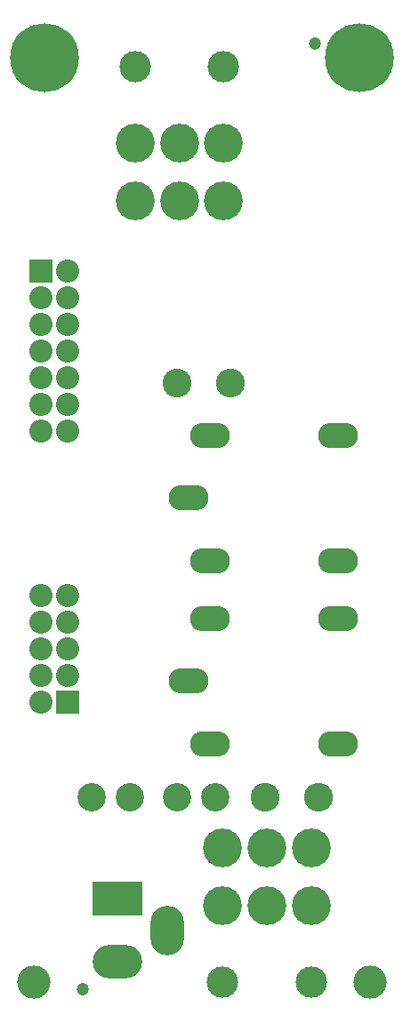
<source format=gbr>
G04 DipTrace 3.0.0.1*
G04 BottomMask.gbr*
%MOIN*%
G04 #@! TF.FileFunction,Soldermask,Bot*
G04 #@! TF.Part,Single*
%ADD44C,0.125*%
%ADD45C,0.11811*%
%ADD53C,0.047402*%
%ADD55O,0.126142X0.185197*%
%ADD57O,0.185197X0.126142*%
%ADD59R,0.185197X0.126142*%
%ADD61C,0.258031*%
%ADD63C,0.108031*%
%ADD65C,0.145827*%
%ADD73O,0.149764X0.094646*%
%ADD75C,0.086772*%
%ADD77R,0.086772X0.086772*%
%ADD79C,0.106457*%
%FSLAX26Y26*%
G04*
G70*
G90*
G75*
G01*
G04 BotMask*
%LPD*%
D79*
X1193016Y1204016D3*
X1048921D3*
X872937D3*
X728843D3*
D77*
X639079Y1560354D3*
D75*
Y1660354D3*
Y1760354D3*
Y1860354D3*
Y1960354D3*
X539079D3*
Y1860354D3*
Y1760354D3*
Y1660354D3*
Y1560354D3*
D73*
X1092819Y1640079D3*
D65*
X1550496Y799528D3*
D73*
X1092819Y2327087D3*
D63*
X1378016Y1204016D3*
X1578016D3*
X1249016Y2758016D3*
X1049016D3*
D44*
X511126Y512126D3*
X1770969D3*
D61*
X550496Y3976693D3*
X1731598D3*
D77*
X537701Y3178465D3*
D75*
Y3078465D3*
Y2978465D3*
Y2878465D3*
Y2778465D3*
Y2678465D3*
Y2578465D3*
X637701D3*
Y2678465D3*
Y2778465D3*
Y2878465D3*
Y2978465D3*
Y3078465D3*
Y3178465D3*
D65*
X893016Y3657795D3*
X1058370D3*
X1223724D3*
X893016Y3441260D3*
X1058370D3*
X1223724D3*
D45*
X893016Y3945197D3*
X1223724D3*
D73*
X1172819Y2092087D3*
Y2562087D3*
X1652819D3*
Y2092087D3*
X1172819Y1405079D3*
Y1875079D3*
X1652819D3*
Y1405079D3*
D59*
X827071Y824134D3*
D57*
Y587913D3*
D55*
X1012110Y706024D3*
D65*
X1385142Y799528D3*
X1219787D3*
X1550496Y1016063D3*
X1385142D3*
X1219787D3*
D45*
X1550496Y512126D3*
X1219787D3*
D53*
X694197Y484567D3*
X1565260Y4032795D3*
M02*

</source>
